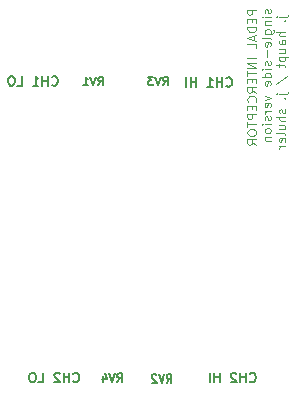
<source format=gbr>
G04 #@! TF.GenerationSoftware,KiCad,Pcbnew,5.0.2+dfsg1-1*
G04 #@! TF.CreationDate,2020-08-15T21:59:55-04:00*
G04 #@! TF.ProjectId,interceptor,696e7465-7263-4657-9074-6f722e6b6963,rev?*
G04 #@! TF.SameCoordinates,Original*
G04 #@! TF.FileFunction,Legend,Bot*
G04 #@! TF.FilePolarity,Positive*
%FSLAX46Y46*%
G04 Gerber Fmt 4.6, Leading zero omitted, Abs format (unit mm)*
G04 Created by KiCad (PCBNEW 5.0.2+dfsg1-1) date Sat 15 Aug 2020 09:59:55 PM EDT*
%MOMM*%
%LPD*%
G01*
G04 APERTURE LIST*
%ADD10C,0.200000*%
%ADD11C,0.065024*%
%ADD12C,0.150000*%
G04 APERTURE END LIST*
D10*
X154566666Y-114685714D02*
X154604761Y-114723809D01*
X154719047Y-114761904D01*
X154795238Y-114761904D01*
X154909523Y-114723809D01*
X154985714Y-114647619D01*
X155023809Y-114571428D01*
X155061904Y-114419047D01*
X155061904Y-114304761D01*
X155023809Y-114152380D01*
X154985714Y-114076190D01*
X154909523Y-114000000D01*
X154795238Y-113961904D01*
X154719047Y-113961904D01*
X154604761Y-114000000D01*
X154566666Y-114038095D01*
X154223809Y-114761904D02*
X154223809Y-113961904D01*
X154223809Y-114342857D02*
X153766666Y-114342857D01*
X153766666Y-114761904D02*
X153766666Y-113961904D01*
X153423809Y-114038095D02*
X153385714Y-114000000D01*
X153309523Y-113961904D01*
X153119047Y-113961904D01*
X153042857Y-114000000D01*
X153004761Y-114038095D01*
X152966666Y-114114285D01*
X152966666Y-114190476D01*
X153004761Y-114304761D01*
X153461904Y-114761904D01*
X152966666Y-114761904D01*
X152014285Y-114761904D02*
X152014285Y-113961904D01*
X152014285Y-114342857D02*
X151557142Y-114342857D01*
X151557142Y-114761904D02*
X151557142Y-113961904D01*
X151176190Y-114761904D02*
X151176190Y-113961904D01*
X139600000Y-114685714D02*
X139638095Y-114723809D01*
X139752380Y-114761904D01*
X139828571Y-114761904D01*
X139942857Y-114723809D01*
X140019047Y-114647619D01*
X140057142Y-114571428D01*
X140095238Y-114419047D01*
X140095238Y-114304761D01*
X140057142Y-114152380D01*
X140019047Y-114076190D01*
X139942857Y-114000000D01*
X139828571Y-113961904D01*
X139752380Y-113961904D01*
X139638095Y-114000000D01*
X139600000Y-114038095D01*
X139257142Y-114761904D02*
X139257142Y-113961904D01*
X139257142Y-114342857D02*
X138800000Y-114342857D01*
X138800000Y-114761904D02*
X138800000Y-113961904D01*
X138457142Y-114038095D02*
X138419047Y-114000000D01*
X138342857Y-113961904D01*
X138152380Y-113961904D01*
X138076190Y-114000000D01*
X138038095Y-114038095D01*
X138000000Y-114114285D01*
X138000000Y-114190476D01*
X138038095Y-114304761D01*
X138495238Y-114761904D01*
X138000000Y-114761904D01*
X136666666Y-114761904D02*
X137047619Y-114761904D01*
X137047619Y-113961904D01*
X136247619Y-113961904D02*
X136095238Y-113961904D01*
X136019047Y-114000000D01*
X135942857Y-114076190D01*
X135904761Y-114228571D01*
X135904761Y-114495238D01*
X135942857Y-114647619D01*
X136019047Y-114723809D01*
X136095238Y-114761904D01*
X136247619Y-114761904D01*
X136323809Y-114723809D01*
X136400000Y-114647619D01*
X136438095Y-114495238D01*
X136438095Y-114228571D01*
X136400000Y-114076190D01*
X136323809Y-114000000D01*
X136247619Y-113961904D01*
X137800000Y-89585714D02*
X137838095Y-89623809D01*
X137952380Y-89661904D01*
X138028571Y-89661904D01*
X138142857Y-89623809D01*
X138219047Y-89547619D01*
X138257142Y-89471428D01*
X138295238Y-89319047D01*
X138295238Y-89204761D01*
X138257142Y-89052380D01*
X138219047Y-88976190D01*
X138142857Y-88900000D01*
X138028571Y-88861904D01*
X137952380Y-88861904D01*
X137838095Y-88900000D01*
X137800000Y-88938095D01*
X137457142Y-89661904D02*
X137457142Y-88861904D01*
X137457142Y-89242857D02*
X137000000Y-89242857D01*
X137000000Y-89661904D02*
X137000000Y-88861904D01*
X136200000Y-89661904D02*
X136657142Y-89661904D01*
X136428571Y-89661904D02*
X136428571Y-88861904D01*
X136504761Y-88976190D01*
X136580952Y-89052380D01*
X136657142Y-89090476D01*
X134866666Y-89661904D02*
X135247619Y-89661904D01*
X135247619Y-88861904D01*
X134447619Y-88861904D02*
X134295238Y-88861904D01*
X134219047Y-88900000D01*
X134142857Y-88976190D01*
X134104761Y-89128571D01*
X134104761Y-89395238D01*
X134142857Y-89547619D01*
X134219047Y-89623809D01*
X134295238Y-89661904D01*
X134447619Y-89661904D01*
X134523809Y-89623809D01*
X134600000Y-89547619D01*
X134638095Y-89395238D01*
X134638095Y-89128571D01*
X134600000Y-88976190D01*
X134523809Y-88900000D01*
X134447619Y-88861904D01*
X152566666Y-89685714D02*
X152604761Y-89723809D01*
X152719047Y-89761904D01*
X152795238Y-89761904D01*
X152909523Y-89723809D01*
X152985714Y-89647619D01*
X153023809Y-89571428D01*
X153061904Y-89419047D01*
X153061904Y-89304761D01*
X153023809Y-89152380D01*
X152985714Y-89076190D01*
X152909523Y-89000000D01*
X152795238Y-88961904D01*
X152719047Y-88961904D01*
X152604761Y-89000000D01*
X152566666Y-89038095D01*
X152223809Y-89761904D02*
X152223809Y-88961904D01*
X152223809Y-89342857D02*
X151766666Y-89342857D01*
X151766666Y-89761904D02*
X151766666Y-88961904D01*
X150966666Y-89761904D02*
X151423809Y-89761904D01*
X151195238Y-89761904D02*
X151195238Y-88961904D01*
X151271428Y-89076190D01*
X151347619Y-89152380D01*
X151423809Y-89190476D01*
X150014285Y-89761904D02*
X150014285Y-88961904D01*
X150014285Y-89342857D02*
X149557142Y-89342857D01*
X149557142Y-89761904D02*
X149557142Y-88961904D01*
X149176190Y-89761904D02*
X149176190Y-88961904D01*
D11*
X155116702Y-83226113D02*
X154344542Y-83226113D01*
X154344542Y-83520269D01*
X154381312Y-83593808D01*
X154418081Y-83630577D01*
X154491620Y-83667347D01*
X154601929Y-83667347D01*
X154675468Y-83630577D01*
X154712237Y-83593808D01*
X154749007Y-83520269D01*
X154749007Y-83226113D01*
X154712237Y-83998273D02*
X154712237Y-84255659D01*
X155116702Y-84365968D02*
X155116702Y-83998273D01*
X154344542Y-83998273D01*
X154344542Y-84365968D01*
X155116702Y-84696894D02*
X154344542Y-84696894D01*
X154344542Y-84880741D01*
X154381312Y-84991050D01*
X154454851Y-85064589D01*
X154528390Y-85101358D01*
X154675468Y-85138128D01*
X154785776Y-85138128D01*
X154932854Y-85101358D01*
X155006393Y-85064589D01*
X155079932Y-84991050D01*
X155116702Y-84880741D01*
X155116702Y-84696894D01*
X154896085Y-85432284D02*
X154896085Y-85799979D01*
X155116702Y-85358745D02*
X154344542Y-85616132D01*
X155116702Y-85873518D01*
X155116702Y-86498600D02*
X155116702Y-86130905D01*
X154344542Y-86130905D01*
X155116702Y-87344299D02*
X154344542Y-87344299D01*
X155116702Y-87711995D02*
X154344542Y-87711995D01*
X155116702Y-88153229D01*
X154344542Y-88153229D01*
X154344542Y-88410616D02*
X154344542Y-88851850D01*
X155116702Y-88631233D02*
X154344542Y-88631233D01*
X154712237Y-89109237D02*
X154712237Y-89366623D01*
X155116702Y-89476932D02*
X155116702Y-89109237D01*
X154344542Y-89109237D01*
X154344542Y-89476932D01*
X155116702Y-90249092D02*
X154749007Y-89991705D01*
X155116702Y-89807857D02*
X154344542Y-89807857D01*
X154344542Y-90102014D01*
X154381312Y-90175553D01*
X154418081Y-90212322D01*
X154491620Y-90249092D01*
X154601929Y-90249092D01*
X154675468Y-90212322D01*
X154712237Y-90175553D01*
X154749007Y-90102014D01*
X154749007Y-89807857D01*
X155043163Y-91021252D02*
X155079932Y-90984482D01*
X155116702Y-90874174D01*
X155116702Y-90800635D01*
X155079932Y-90690326D01*
X155006393Y-90616787D01*
X154932854Y-90580017D01*
X154785776Y-90543248D01*
X154675468Y-90543248D01*
X154528390Y-90580017D01*
X154454851Y-90616787D01*
X154381312Y-90690326D01*
X154344542Y-90800635D01*
X154344542Y-90874174D01*
X154381312Y-90984482D01*
X154418081Y-91021252D01*
X154712237Y-91352177D02*
X154712237Y-91609564D01*
X155116702Y-91719873D02*
X155116702Y-91352177D01*
X154344542Y-91352177D01*
X154344542Y-91719873D01*
X155116702Y-92050798D02*
X154344542Y-92050798D01*
X154344542Y-92344955D01*
X154381312Y-92418494D01*
X154418081Y-92455263D01*
X154491620Y-92492033D01*
X154601929Y-92492033D01*
X154675468Y-92455263D01*
X154712237Y-92418494D01*
X154749007Y-92344955D01*
X154749007Y-92050798D01*
X154344542Y-92712650D02*
X154344542Y-93153884D01*
X155116702Y-92933267D02*
X154344542Y-92933267D01*
X154344542Y-93558349D02*
X154344542Y-93705427D01*
X154381312Y-93778966D01*
X154454851Y-93852505D01*
X154601929Y-93889275D01*
X154859315Y-93889275D01*
X155006393Y-93852505D01*
X155079932Y-93778966D01*
X155116702Y-93705427D01*
X155116702Y-93558349D01*
X155079932Y-93484810D01*
X155006393Y-93411271D01*
X154859315Y-93374501D01*
X154601929Y-93374501D01*
X154454851Y-93411271D01*
X154381312Y-93484810D01*
X154344542Y-93558349D01*
X155116702Y-94661435D02*
X154749007Y-94404048D01*
X155116702Y-94220200D02*
X154344542Y-94220200D01*
X154344542Y-94514357D01*
X154381312Y-94587896D01*
X154418081Y-94624665D01*
X154491620Y-94661435D01*
X154601929Y-94661435D01*
X154675468Y-94624665D01*
X154712237Y-94587896D01*
X154749007Y-94514357D01*
X154749007Y-94220200D01*
X156303196Y-83189343D02*
X156339966Y-83262882D01*
X156339966Y-83409960D01*
X156303196Y-83483499D01*
X156229657Y-83520269D01*
X156192888Y-83520269D01*
X156119349Y-83483499D01*
X156082579Y-83409960D01*
X156082579Y-83299652D01*
X156045810Y-83226113D01*
X155972271Y-83189343D01*
X155935501Y-83189343D01*
X155861962Y-83226113D01*
X155825193Y-83299652D01*
X155825193Y-83409960D01*
X155861962Y-83483499D01*
X156339966Y-83851195D02*
X155825193Y-83851195D01*
X155567806Y-83851195D02*
X155604576Y-83814425D01*
X155641345Y-83851195D01*
X155604576Y-83887964D01*
X155567806Y-83851195D01*
X155641345Y-83851195D01*
X155825193Y-84218890D02*
X156339966Y-84218890D01*
X155898732Y-84218890D02*
X155861962Y-84255659D01*
X155825193Y-84329198D01*
X155825193Y-84439507D01*
X155861962Y-84513046D01*
X155935501Y-84549816D01*
X156339966Y-84549816D01*
X155825193Y-85248437D02*
X156450275Y-85248437D01*
X156523814Y-85211667D01*
X156560583Y-85174897D01*
X156597353Y-85101358D01*
X156597353Y-84991050D01*
X156560583Y-84917511D01*
X156303196Y-85248437D02*
X156339966Y-85174897D01*
X156339966Y-85027819D01*
X156303196Y-84954280D01*
X156266427Y-84917511D01*
X156192888Y-84880741D01*
X155972271Y-84880741D01*
X155898732Y-84917511D01*
X155861962Y-84954280D01*
X155825193Y-85027819D01*
X155825193Y-85174897D01*
X155861962Y-85248437D01*
X156339966Y-85726440D02*
X156303196Y-85652901D01*
X156229657Y-85616132D01*
X155567806Y-85616132D01*
X156303196Y-86314753D02*
X156339966Y-86241214D01*
X156339966Y-86094136D01*
X156303196Y-86020597D01*
X156229657Y-85983827D01*
X155935501Y-85983827D01*
X155861962Y-86020597D01*
X155825193Y-86094136D01*
X155825193Y-86241214D01*
X155861962Y-86314753D01*
X155935501Y-86351522D01*
X156009040Y-86351522D01*
X156082579Y-85983827D01*
X156045810Y-86682448D02*
X156045810Y-87270760D01*
X156303196Y-87601686D02*
X156339966Y-87675225D01*
X156339966Y-87822303D01*
X156303196Y-87895842D01*
X156229657Y-87932612D01*
X156192888Y-87932612D01*
X156119349Y-87895842D01*
X156082579Y-87822303D01*
X156082579Y-87711995D01*
X156045810Y-87638456D01*
X155972271Y-87601686D01*
X155935501Y-87601686D01*
X155861962Y-87638456D01*
X155825193Y-87711995D01*
X155825193Y-87822303D01*
X155861962Y-87895842D01*
X156339966Y-88263537D02*
X155825193Y-88263537D01*
X155567806Y-88263537D02*
X155604576Y-88226768D01*
X155641345Y-88263537D01*
X155604576Y-88300307D01*
X155567806Y-88263537D01*
X155641345Y-88263537D01*
X156339966Y-88962158D02*
X155567806Y-88962158D01*
X156303196Y-88962158D02*
X156339966Y-88888619D01*
X156339966Y-88741541D01*
X156303196Y-88668002D01*
X156266427Y-88631233D01*
X156192888Y-88594463D01*
X155972271Y-88594463D01*
X155898732Y-88631233D01*
X155861962Y-88668002D01*
X155825193Y-88741541D01*
X155825193Y-88888619D01*
X155861962Y-88962158D01*
X156303196Y-89624010D02*
X156339966Y-89550471D01*
X156339966Y-89403393D01*
X156303196Y-89329854D01*
X156229657Y-89293084D01*
X155935501Y-89293084D01*
X155861962Y-89329854D01*
X155825193Y-89403393D01*
X155825193Y-89550471D01*
X155861962Y-89624010D01*
X155935501Y-89660779D01*
X156009040Y-89660779D01*
X156082579Y-89293084D01*
X155825193Y-90506478D02*
X156339966Y-90690326D01*
X155825193Y-90874174D01*
X156303196Y-91462486D02*
X156339966Y-91388947D01*
X156339966Y-91241869D01*
X156303196Y-91168330D01*
X156229657Y-91131560D01*
X155935501Y-91131560D01*
X155861962Y-91168330D01*
X155825193Y-91241869D01*
X155825193Y-91388947D01*
X155861962Y-91462486D01*
X155935501Y-91499256D01*
X156009040Y-91499256D01*
X156082579Y-91131560D01*
X156339966Y-91830181D02*
X155825193Y-91830181D01*
X155972271Y-91830181D02*
X155898732Y-91866951D01*
X155861962Y-91903720D01*
X155825193Y-91977259D01*
X155825193Y-92050798D01*
X156303196Y-92271416D02*
X156339966Y-92344955D01*
X156339966Y-92492033D01*
X156303196Y-92565572D01*
X156229657Y-92602341D01*
X156192888Y-92602341D01*
X156119349Y-92565572D01*
X156082579Y-92492033D01*
X156082579Y-92381724D01*
X156045810Y-92308185D01*
X155972271Y-92271416D01*
X155935501Y-92271416D01*
X155861962Y-92308185D01*
X155825193Y-92381724D01*
X155825193Y-92492033D01*
X155861962Y-92565572D01*
X156339966Y-92933267D02*
X155825193Y-92933267D01*
X155567806Y-92933267D02*
X155604576Y-92896497D01*
X155641345Y-92933267D01*
X155604576Y-92970037D01*
X155567806Y-92933267D01*
X155641345Y-92933267D01*
X156339966Y-93411271D02*
X156303196Y-93337732D01*
X156266427Y-93300962D01*
X156192888Y-93264193D01*
X155972271Y-93264193D01*
X155898732Y-93300962D01*
X155861962Y-93337732D01*
X155825193Y-93411271D01*
X155825193Y-93521579D01*
X155861962Y-93595118D01*
X155898732Y-93631888D01*
X155972271Y-93668657D01*
X156192888Y-93668657D01*
X156266427Y-93631888D01*
X156303196Y-93595118D01*
X156339966Y-93521579D01*
X156339966Y-93411271D01*
X155825193Y-93999583D02*
X156339966Y-93999583D01*
X155898732Y-93999583D02*
X155861962Y-94036353D01*
X155825193Y-94109892D01*
X155825193Y-94220200D01*
X155861962Y-94293739D01*
X155935501Y-94330509D01*
X156339966Y-94330509D01*
X157048457Y-83814425D02*
X157710308Y-83814425D01*
X157783847Y-83777656D01*
X157820617Y-83704117D01*
X157820617Y-83667347D01*
X156791070Y-83814425D02*
X156827840Y-83777656D01*
X156864609Y-83814425D01*
X156827840Y-83851195D01*
X156791070Y-83814425D01*
X156864609Y-83814425D01*
X157489691Y-84182120D02*
X157526460Y-84218890D01*
X157563230Y-84182120D01*
X157526460Y-84145351D01*
X157489691Y-84182120D01*
X157563230Y-84182120D01*
X157563230Y-85138128D02*
X156791070Y-85138128D01*
X157563230Y-85469054D02*
X157158765Y-85469054D01*
X157085226Y-85432284D01*
X157048457Y-85358745D01*
X157048457Y-85248437D01*
X157085226Y-85174897D01*
X157121996Y-85138128D01*
X157563230Y-86167675D02*
X157158765Y-86167675D01*
X157085226Y-86130905D01*
X157048457Y-86057366D01*
X157048457Y-85910288D01*
X157085226Y-85836749D01*
X157526460Y-86167675D02*
X157563230Y-86094136D01*
X157563230Y-85910288D01*
X157526460Y-85836749D01*
X157452921Y-85799979D01*
X157379382Y-85799979D01*
X157305843Y-85836749D01*
X157269074Y-85910288D01*
X157269074Y-86094136D01*
X157232304Y-86167675D01*
X157048457Y-86866296D02*
X157563230Y-86866296D01*
X157048457Y-86535370D02*
X157452921Y-86535370D01*
X157526460Y-86572139D01*
X157563230Y-86645678D01*
X157563230Y-86755987D01*
X157526460Y-86829526D01*
X157489691Y-86866296D01*
X157048457Y-87233991D02*
X157820617Y-87233991D01*
X157085226Y-87233991D02*
X157048457Y-87307530D01*
X157048457Y-87454608D01*
X157085226Y-87528147D01*
X157121996Y-87564917D01*
X157195535Y-87601686D01*
X157416152Y-87601686D01*
X157489691Y-87564917D01*
X157526460Y-87528147D01*
X157563230Y-87454608D01*
X157563230Y-87307530D01*
X157526460Y-87233991D01*
X157048457Y-87822303D02*
X157048457Y-88116459D01*
X156791070Y-87932612D02*
X157452921Y-87932612D01*
X157526460Y-87969381D01*
X157563230Y-88042920D01*
X157563230Y-88116459D01*
X156754300Y-89513701D02*
X157747078Y-88851850D01*
X157048457Y-90359400D02*
X157710308Y-90359400D01*
X157783847Y-90322631D01*
X157820617Y-90249092D01*
X157820617Y-90212322D01*
X156791070Y-90359400D02*
X156827840Y-90322631D01*
X156864609Y-90359400D01*
X156827840Y-90396170D01*
X156791070Y-90359400D01*
X156864609Y-90359400D01*
X157489691Y-90727096D02*
X157526460Y-90763865D01*
X157563230Y-90727096D01*
X157526460Y-90690326D01*
X157489691Y-90727096D01*
X157563230Y-90727096D01*
X157526460Y-91646334D02*
X157563230Y-91719873D01*
X157563230Y-91866951D01*
X157526460Y-91940490D01*
X157452921Y-91977259D01*
X157416152Y-91977259D01*
X157342613Y-91940490D01*
X157305843Y-91866951D01*
X157305843Y-91756642D01*
X157269074Y-91683103D01*
X157195535Y-91646334D01*
X157158765Y-91646334D01*
X157085226Y-91683103D01*
X157048457Y-91756642D01*
X157048457Y-91866951D01*
X157085226Y-91940490D01*
X157563230Y-92308185D02*
X156791070Y-92308185D01*
X157563230Y-92639111D02*
X157158765Y-92639111D01*
X157085226Y-92602341D01*
X157048457Y-92528802D01*
X157048457Y-92418494D01*
X157085226Y-92344955D01*
X157121996Y-92308185D01*
X157048457Y-93337732D02*
X157563230Y-93337732D01*
X157048457Y-93006806D02*
X157452921Y-93006806D01*
X157526460Y-93043576D01*
X157563230Y-93117115D01*
X157563230Y-93227423D01*
X157526460Y-93300962D01*
X157489691Y-93337732D01*
X157563230Y-93815736D02*
X157526460Y-93742197D01*
X157452921Y-93705427D01*
X156791070Y-93705427D01*
X157526460Y-94404048D02*
X157563230Y-94330509D01*
X157563230Y-94183431D01*
X157526460Y-94109892D01*
X157452921Y-94073122D01*
X157158765Y-94073122D01*
X157085226Y-94109892D01*
X157048457Y-94183431D01*
X157048457Y-94330509D01*
X157085226Y-94404048D01*
X157158765Y-94440817D01*
X157232304Y-94440817D01*
X157305843Y-94073122D01*
X157563230Y-94771743D02*
X157048457Y-94771743D01*
X157195535Y-94771743D02*
X157121996Y-94808513D01*
X157085226Y-94845282D01*
X157048457Y-94918821D01*
X157048457Y-94992360D01*
G04 #@! TO.C,RV1*
D12*
X141716666Y-89616666D02*
X141950000Y-89283333D01*
X142116666Y-89616666D02*
X142116666Y-88916666D01*
X141850000Y-88916666D01*
X141783333Y-88950000D01*
X141750000Y-88983333D01*
X141716666Y-89050000D01*
X141716666Y-89150000D01*
X141750000Y-89216666D01*
X141783333Y-89250000D01*
X141850000Y-89283333D01*
X142116666Y-89283333D01*
X141516666Y-88916666D02*
X141283333Y-89616666D01*
X141050000Y-88916666D01*
X140450000Y-89616666D02*
X140850000Y-89616666D01*
X140650000Y-89616666D02*
X140650000Y-88916666D01*
X140716666Y-89016666D01*
X140783333Y-89083333D01*
X140850000Y-89116666D01*
G04 #@! TO.C,RV2*
X147516666Y-114816666D02*
X147750000Y-114483333D01*
X147916666Y-114816666D02*
X147916666Y-114116666D01*
X147650000Y-114116666D01*
X147583333Y-114150000D01*
X147550000Y-114183333D01*
X147516666Y-114250000D01*
X147516666Y-114350000D01*
X147550000Y-114416666D01*
X147583333Y-114450000D01*
X147650000Y-114483333D01*
X147916666Y-114483333D01*
X147316666Y-114116666D02*
X147083333Y-114816666D01*
X146850000Y-114116666D01*
X146650000Y-114183333D02*
X146616666Y-114150000D01*
X146550000Y-114116666D01*
X146383333Y-114116666D01*
X146316666Y-114150000D01*
X146283333Y-114183333D01*
X146250000Y-114250000D01*
X146250000Y-114316666D01*
X146283333Y-114416666D01*
X146683333Y-114816666D01*
X146250000Y-114816666D01*
G04 #@! TO.C,RV3*
X147216666Y-89616666D02*
X147450000Y-89283333D01*
X147616666Y-89616666D02*
X147616666Y-88916666D01*
X147350000Y-88916666D01*
X147283333Y-88950000D01*
X147250000Y-88983333D01*
X147216666Y-89050000D01*
X147216666Y-89150000D01*
X147250000Y-89216666D01*
X147283333Y-89250000D01*
X147350000Y-89283333D01*
X147616666Y-89283333D01*
X147016666Y-88916666D02*
X146783333Y-89616666D01*
X146550000Y-88916666D01*
X146383333Y-88916666D02*
X145950000Y-88916666D01*
X146183333Y-89183333D01*
X146083333Y-89183333D01*
X146016666Y-89216666D01*
X145983333Y-89250000D01*
X145950000Y-89316666D01*
X145950000Y-89483333D01*
X145983333Y-89550000D01*
X146016666Y-89583333D01*
X146083333Y-89616666D01*
X146283333Y-89616666D01*
X146350000Y-89583333D01*
X146383333Y-89550000D01*
G04 #@! TO.C,RV4*
X143316666Y-114716666D02*
X143550000Y-114383333D01*
X143716666Y-114716666D02*
X143716666Y-114016666D01*
X143450000Y-114016666D01*
X143383333Y-114050000D01*
X143350000Y-114083333D01*
X143316666Y-114150000D01*
X143316666Y-114250000D01*
X143350000Y-114316666D01*
X143383333Y-114350000D01*
X143450000Y-114383333D01*
X143716666Y-114383333D01*
X143116666Y-114016666D02*
X142883333Y-114716666D01*
X142650000Y-114016666D01*
X142116666Y-114250000D02*
X142116666Y-114716666D01*
X142283333Y-113983333D02*
X142450000Y-114483333D01*
X142016666Y-114483333D01*
G04 #@! TD*
M02*

</source>
